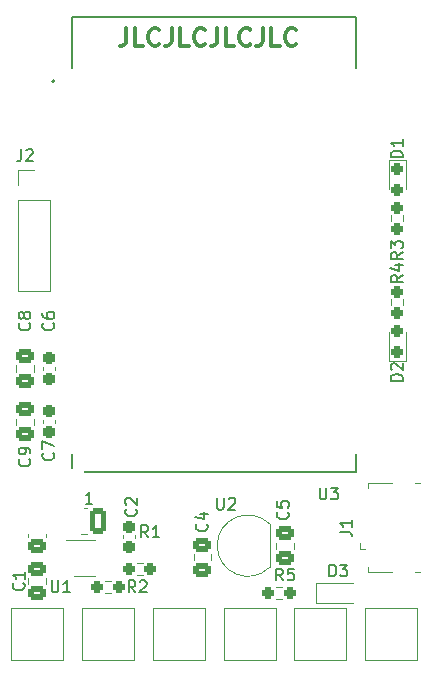
<source format=gto>
G04 #@! TF.GenerationSoftware,KiCad,Pcbnew,(6.0.9)*
G04 #@! TF.CreationDate,2023-02-13T11:25:36-05:00*
G04 #@! TF.ProjectId,1W Experiments,31572045-7870-4657-9269-6d656e74732e,rev?*
G04 #@! TF.SameCoordinates,Original*
G04 #@! TF.FileFunction,Legend,Top*
G04 #@! TF.FilePolarity,Positive*
%FSLAX46Y46*%
G04 Gerber Fmt 4.6, Leading zero omitted, Abs format (unit mm)*
G04 Created by KiCad (PCBNEW (6.0.9)) date 2023-02-13 11:25:36*
%MOMM*%
%LPD*%
G01*
G04 APERTURE LIST*
G04 Aperture macros list*
%AMRoundRect*
0 Rectangle with rounded corners*
0 $1 Rounding radius*
0 $2 $3 $4 $5 $6 $7 $8 $9 X,Y pos of 4 corners*
0 Add a 4 corners polygon primitive as box body*
4,1,4,$2,$3,$4,$5,$6,$7,$8,$9,$2,$3,0*
0 Add four circle primitives for the rounded corners*
1,1,$1+$1,$2,$3*
1,1,$1+$1,$4,$5*
1,1,$1+$1,$6,$7*
1,1,$1+$1,$8,$9*
0 Add four rect primitives between the rounded corners*
20,1,$1+$1,$2,$3,$4,$5,0*
20,1,$1+$1,$4,$5,$6,$7,0*
20,1,$1+$1,$6,$7,$8,$9,0*
20,1,$1+$1,$8,$9,$2,$3,0*%
G04 Aperture macros list end*
%ADD10C,0.300000*%
%ADD11C,0.150000*%
%ADD12C,0.120000*%
%ADD13C,0.127000*%
%ADD14C,0.200000*%
%ADD15RoundRect,0.250000X0.475000X-0.337500X0.475000X0.337500X-0.475000X0.337500X-0.475000X-0.337500X0*%
%ADD16RoundRect,0.250000X-0.475000X0.337500X-0.475000X-0.337500X0.475000X-0.337500X0.475000X0.337500X0*%
%ADD17R,1.350000X0.400000*%
%ADD18O,1.550000X0.890000*%
%ADD19R,1.550000X1.500000*%
%ADD20O,0.950000X1.250000*%
%ADD21R,1.550000X1.200000*%
%ADD22RoundRect,0.237500X-0.237500X0.300000X-0.237500X-0.300000X0.237500X-0.300000X0.237500X0.300000X0*%
%ADD23RoundRect,0.237500X-0.237500X0.250000X-0.237500X-0.250000X0.237500X-0.250000X0.237500X0.250000X0*%
%ADD24R,4.000000X4.000000*%
%ADD25RoundRect,0.237500X0.237500X-0.300000X0.237500X0.300000X-0.237500X0.300000X-0.237500X-0.300000X0*%
%ADD26R,1.500000X1.050000*%
%ADD27O,1.500000X1.050000*%
%ADD28RoundRect,0.237500X0.237500X-0.287500X0.237500X0.287500X-0.237500X0.287500X-0.237500X-0.287500X0*%
%ADD29RoundRect,0.237500X0.250000X0.237500X-0.250000X0.237500X-0.250000X-0.237500X0.250000X-0.237500X0*%
%ADD30RoundRect,0.237500X-0.237500X0.287500X-0.237500X-0.287500X0.237500X-0.287500X0.237500X0.287500X0*%
%ADD31R,1.000000X1.000000*%
%ADD32R,1.700000X1.700000*%
%ADD33O,1.700000X1.700000*%
%ADD34R,2.000000X0.650000*%
%ADD35RoundRect,0.250001X0.462499X0.849999X-0.462499X0.849999X-0.462499X-0.849999X0.462499X-0.849999X0*%
%ADD36R,2.080000X1.510000*%
%ADD37RoundRect,0.237500X0.237500X-0.250000X0.237500X0.250000X-0.237500X0.250000X-0.237500X-0.250000X0*%
G04 APERTURE END LIST*
D10*
X83071428Y-74178571D02*
X83071428Y-75250000D01*
X83000000Y-75464285D01*
X82857142Y-75607142D01*
X82642857Y-75678571D01*
X82500000Y-75678571D01*
X84500000Y-75678571D02*
X83785714Y-75678571D01*
X83785714Y-74178571D01*
X85857142Y-75535714D02*
X85785714Y-75607142D01*
X85571428Y-75678571D01*
X85428571Y-75678571D01*
X85214285Y-75607142D01*
X85071428Y-75464285D01*
X85000000Y-75321428D01*
X84928571Y-75035714D01*
X84928571Y-74821428D01*
X85000000Y-74535714D01*
X85071428Y-74392857D01*
X85214285Y-74250000D01*
X85428571Y-74178571D01*
X85571428Y-74178571D01*
X85785714Y-74250000D01*
X85857142Y-74321428D01*
X86928571Y-74178571D02*
X86928571Y-75250000D01*
X86857142Y-75464285D01*
X86714285Y-75607142D01*
X86500000Y-75678571D01*
X86357142Y-75678571D01*
X88357142Y-75678571D02*
X87642857Y-75678571D01*
X87642857Y-74178571D01*
X89714285Y-75535714D02*
X89642857Y-75607142D01*
X89428571Y-75678571D01*
X89285714Y-75678571D01*
X89071428Y-75607142D01*
X88928571Y-75464285D01*
X88857142Y-75321428D01*
X88785714Y-75035714D01*
X88785714Y-74821428D01*
X88857142Y-74535714D01*
X88928571Y-74392857D01*
X89071428Y-74250000D01*
X89285714Y-74178571D01*
X89428571Y-74178571D01*
X89642857Y-74250000D01*
X89714285Y-74321428D01*
X90785714Y-74178571D02*
X90785714Y-75250000D01*
X90714285Y-75464285D01*
X90571428Y-75607142D01*
X90357142Y-75678571D01*
X90214285Y-75678571D01*
X92214285Y-75678571D02*
X91500000Y-75678571D01*
X91500000Y-74178571D01*
X93571428Y-75535714D02*
X93500000Y-75607142D01*
X93285714Y-75678571D01*
X93142857Y-75678571D01*
X92928571Y-75607142D01*
X92785714Y-75464285D01*
X92714285Y-75321428D01*
X92642857Y-75035714D01*
X92642857Y-74821428D01*
X92714285Y-74535714D01*
X92785714Y-74392857D01*
X92928571Y-74250000D01*
X93142857Y-74178571D01*
X93285714Y-74178571D01*
X93500000Y-74250000D01*
X93571428Y-74321428D01*
X94642857Y-74178571D02*
X94642857Y-75250000D01*
X94571428Y-75464285D01*
X94428571Y-75607142D01*
X94214285Y-75678571D01*
X94071428Y-75678571D01*
X96071428Y-75678571D02*
X95357142Y-75678571D01*
X95357142Y-74178571D01*
X97428571Y-75535714D02*
X97357142Y-75607142D01*
X97142857Y-75678571D01*
X97000000Y-75678571D01*
X96785714Y-75607142D01*
X96642857Y-75464285D01*
X96571428Y-75321428D01*
X96500000Y-75035714D01*
X96500000Y-74821428D01*
X96571428Y-74535714D01*
X96642857Y-74392857D01*
X96785714Y-74250000D01*
X97000000Y-74178571D01*
X97142857Y-74178571D01*
X97357142Y-74250000D01*
X97428571Y-74321428D01*
D11*
X74857142Y-99166666D02*
X74904761Y-99214285D01*
X74952380Y-99357142D01*
X74952380Y-99452380D01*
X74904761Y-99595238D01*
X74809523Y-99690476D01*
X74714285Y-99738095D01*
X74523809Y-99785714D01*
X74380952Y-99785714D01*
X74190476Y-99738095D01*
X74095238Y-99690476D01*
X74000000Y-99595238D01*
X73952380Y-99452380D01*
X73952380Y-99357142D01*
X74000000Y-99214285D01*
X74047619Y-99166666D01*
X74380952Y-98595238D02*
X74333333Y-98690476D01*
X74285714Y-98738095D01*
X74190476Y-98785714D01*
X74142857Y-98785714D01*
X74047619Y-98738095D01*
X74000000Y-98690476D01*
X73952380Y-98595238D01*
X73952380Y-98404761D01*
X74000000Y-98309523D01*
X74047619Y-98261904D01*
X74142857Y-98214285D01*
X74190476Y-98214285D01*
X74285714Y-98261904D01*
X74333333Y-98309523D01*
X74380952Y-98404761D01*
X74380952Y-98595238D01*
X74428571Y-98690476D01*
X74476190Y-98738095D01*
X74571428Y-98785714D01*
X74761904Y-98785714D01*
X74857142Y-98738095D01*
X74904761Y-98690476D01*
X74952380Y-98595238D01*
X74952380Y-98404761D01*
X74904761Y-98309523D01*
X74857142Y-98261904D01*
X74761904Y-98214285D01*
X74571428Y-98214285D01*
X74476190Y-98261904D01*
X74428571Y-98309523D01*
X74380952Y-98404761D01*
X74857142Y-110666666D02*
X74904761Y-110714285D01*
X74952380Y-110857142D01*
X74952380Y-110952380D01*
X74904761Y-111095238D01*
X74809523Y-111190476D01*
X74714285Y-111238095D01*
X74523809Y-111285714D01*
X74380952Y-111285714D01*
X74190476Y-111238095D01*
X74095238Y-111190476D01*
X74000000Y-111095238D01*
X73952380Y-110952380D01*
X73952380Y-110857142D01*
X74000000Y-110714285D01*
X74047619Y-110666666D01*
X74952380Y-110190476D02*
X74952380Y-110000000D01*
X74904761Y-109904761D01*
X74857142Y-109857142D01*
X74714285Y-109761904D01*
X74523809Y-109714285D01*
X74142857Y-109714285D01*
X74047619Y-109761904D01*
X74000000Y-109809523D01*
X73952380Y-109904761D01*
X73952380Y-110095238D01*
X74000000Y-110190476D01*
X74047619Y-110238095D01*
X74142857Y-110285714D01*
X74380952Y-110285714D01*
X74476190Y-110238095D01*
X74523809Y-110190476D01*
X74571428Y-110095238D01*
X74571428Y-109904761D01*
X74523809Y-109809523D01*
X74476190Y-109761904D01*
X74380952Y-109714285D01*
X101152380Y-116833333D02*
X101866666Y-116833333D01*
X102009523Y-116880952D01*
X102104761Y-116976190D01*
X102152380Y-117119047D01*
X102152380Y-117214285D01*
X102152380Y-115833333D02*
X102152380Y-116404761D01*
X102152380Y-116119047D02*
X101152380Y-116119047D01*
X101295238Y-116214285D01*
X101390476Y-116309523D01*
X101438095Y-116404761D01*
X76857142Y-110166666D02*
X76904761Y-110214285D01*
X76952380Y-110357142D01*
X76952380Y-110452380D01*
X76904761Y-110595238D01*
X76809523Y-110690476D01*
X76714285Y-110738095D01*
X76523809Y-110785714D01*
X76380952Y-110785714D01*
X76190476Y-110738095D01*
X76095238Y-110690476D01*
X76000000Y-110595238D01*
X75952380Y-110452380D01*
X75952380Y-110357142D01*
X76000000Y-110214285D01*
X76047619Y-110166666D01*
X75952380Y-109833333D02*
X75952380Y-109166666D01*
X76952380Y-109595238D01*
X106452380Y-95091666D02*
X105976190Y-95425000D01*
X106452380Y-95663095D02*
X105452380Y-95663095D01*
X105452380Y-95282142D01*
X105500000Y-95186904D01*
X105547619Y-95139285D01*
X105642857Y-95091666D01*
X105785714Y-95091666D01*
X105880952Y-95139285D01*
X105928571Y-95186904D01*
X105976190Y-95282142D01*
X105976190Y-95663095D01*
X105785714Y-94234523D02*
X106452380Y-94234523D01*
X105404761Y-94472619D02*
X106119047Y-94710714D01*
X106119047Y-94091666D01*
X76857142Y-99166666D02*
X76904761Y-99214285D01*
X76952380Y-99357142D01*
X76952380Y-99452380D01*
X76904761Y-99595238D01*
X76809523Y-99690476D01*
X76714285Y-99738095D01*
X76523809Y-99785714D01*
X76380952Y-99785714D01*
X76190476Y-99738095D01*
X76095238Y-99690476D01*
X76000000Y-99595238D01*
X75952380Y-99452380D01*
X75952380Y-99357142D01*
X76000000Y-99214285D01*
X76047619Y-99166666D01*
X75952380Y-98309523D02*
X75952380Y-98500000D01*
X76000000Y-98595238D01*
X76047619Y-98642857D01*
X76190476Y-98738095D01*
X76380952Y-98785714D01*
X76761904Y-98785714D01*
X76857142Y-98738095D01*
X76904761Y-98690476D01*
X76952380Y-98595238D01*
X76952380Y-98404761D01*
X76904761Y-98309523D01*
X76857142Y-98261904D01*
X76761904Y-98214285D01*
X76523809Y-98214285D01*
X76428571Y-98261904D01*
X76380952Y-98309523D01*
X76333333Y-98404761D01*
X76333333Y-98595238D01*
X76380952Y-98690476D01*
X76428571Y-98738095D01*
X76523809Y-98785714D01*
X90738095Y-113952380D02*
X90738095Y-114761904D01*
X90785714Y-114857142D01*
X90833333Y-114904761D01*
X90928571Y-114952380D01*
X91119047Y-114952380D01*
X91214285Y-114904761D01*
X91261904Y-114857142D01*
X91309523Y-114761904D01*
X91309523Y-113952380D01*
X91738095Y-114047619D02*
X91785714Y-114000000D01*
X91880952Y-113952380D01*
X92119047Y-113952380D01*
X92214285Y-114000000D01*
X92261904Y-114047619D01*
X92309523Y-114142857D01*
X92309523Y-114238095D01*
X92261904Y-114380952D01*
X91690476Y-114952380D01*
X92309523Y-114952380D01*
X106452380Y-104063095D02*
X105452380Y-104063095D01*
X105452380Y-103825000D01*
X105500000Y-103682142D01*
X105595238Y-103586904D01*
X105690476Y-103539285D01*
X105880952Y-103491666D01*
X106023809Y-103491666D01*
X106214285Y-103539285D01*
X106309523Y-103586904D01*
X106404761Y-103682142D01*
X106452380Y-103825000D01*
X106452380Y-104063095D01*
X105547619Y-103110714D02*
X105500000Y-103063095D01*
X105452380Y-102967857D01*
X105452380Y-102729761D01*
X105500000Y-102634523D01*
X105547619Y-102586904D01*
X105642857Y-102539285D01*
X105738095Y-102539285D01*
X105880952Y-102586904D01*
X106452380Y-103158333D01*
X106452380Y-102539285D01*
X83857142Y-114916666D02*
X83904761Y-114964285D01*
X83952380Y-115107142D01*
X83952380Y-115202380D01*
X83904761Y-115345238D01*
X83809523Y-115440476D01*
X83714285Y-115488095D01*
X83523809Y-115535714D01*
X83380952Y-115535714D01*
X83190476Y-115488095D01*
X83095238Y-115440476D01*
X83000000Y-115345238D01*
X82952380Y-115202380D01*
X82952380Y-115107142D01*
X83000000Y-114964285D01*
X83047619Y-114916666D01*
X83047619Y-114535714D02*
X83000000Y-114488095D01*
X82952380Y-114392857D01*
X82952380Y-114154761D01*
X83000000Y-114059523D01*
X83047619Y-114011904D01*
X83142857Y-113964285D01*
X83238095Y-113964285D01*
X83380952Y-114011904D01*
X83952380Y-114583333D01*
X83952380Y-113964285D01*
X96333333Y-120952380D02*
X96000000Y-120476190D01*
X95761904Y-120952380D02*
X95761904Y-119952380D01*
X96142857Y-119952380D01*
X96238095Y-120000000D01*
X96285714Y-120047619D01*
X96333333Y-120142857D01*
X96333333Y-120285714D01*
X96285714Y-120380952D01*
X96238095Y-120428571D01*
X96142857Y-120476190D01*
X95761904Y-120476190D01*
X97238095Y-119952380D02*
X96761904Y-119952380D01*
X96714285Y-120428571D01*
X96761904Y-120380952D01*
X96857142Y-120333333D01*
X97095238Y-120333333D01*
X97190476Y-120380952D01*
X97238095Y-120428571D01*
X97285714Y-120523809D01*
X97285714Y-120761904D01*
X97238095Y-120857142D01*
X97190476Y-120904761D01*
X97095238Y-120952380D01*
X96857142Y-120952380D01*
X96761904Y-120904761D01*
X96714285Y-120857142D01*
X106452380Y-85138095D02*
X105452380Y-85138095D01*
X105452380Y-84900000D01*
X105500000Y-84757142D01*
X105595238Y-84661904D01*
X105690476Y-84614285D01*
X105880952Y-84566666D01*
X106023809Y-84566666D01*
X106214285Y-84614285D01*
X106309523Y-84661904D01*
X106404761Y-84757142D01*
X106452380Y-84900000D01*
X106452380Y-85138095D01*
X106452380Y-83614285D02*
X106452380Y-84185714D01*
X106452380Y-83900000D02*
X105452380Y-83900000D01*
X105595238Y-83995238D01*
X105690476Y-84090476D01*
X105738095Y-84185714D01*
X100261904Y-120602380D02*
X100261904Y-119602380D01*
X100500000Y-119602380D01*
X100642857Y-119650000D01*
X100738095Y-119745238D01*
X100785714Y-119840476D01*
X100833333Y-120030952D01*
X100833333Y-120173809D01*
X100785714Y-120364285D01*
X100738095Y-120459523D01*
X100642857Y-120554761D01*
X100500000Y-120602380D01*
X100261904Y-120602380D01*
X101166666Y-119602380D02*
X101785714Y-119602380D01*
X101452380Y-119983333D01*
X101595238Y-119983333D01*
X101690476Y-120030952D01*
X101738095Y-120078571D01*
X101785714Y-120173809D01*
X101785714Y-120411904D01*
X101738095Y-120507142D01*
X101690476Y-120554761D01*
X101595238Y-120602380D01*
X101309523Y-120602380D01*
X101214285Y-120554761D01*
X101166666Y-120507142D01*
X74166666Y-84452380D02*
X74166666Y-85166666D01*
X74119047Y-85309523D01*
X74023809Y-85404761D01*
X73880952Y-85452380D01*
X73785714Y-85452380D01*
X74595238Y-84547619D02*
X74642857Y-84500000D01*
X74738095Y-84452380D01*
X74976190Y-84452380D01*
X75071428Y-84500000D01*
X75119047Y-84547619D01*
X75166666Y-84642857D01*
X75166666Y-84738095D01*
X75119047Y-84880952D01*
X74547619Y-85452380D01*
X75166666Y-85452380D01*
X75857142Y-114166666D02*
X75904761Y-114214285D01*
X75952380Y-114357142D01*
X75952380Y-114452380D01*
X75904761Y-114595238D01*
X75809523Y-114690476D01*
X75714285Y-114738095D01*
X75523809Y-114785714D01*
X75380952Y-114785714D01*
X75190476Y-114738095D01*
X75095238Y-114690476D01*
X75000000Y-114595238D01*
X74952380Y-114452380D01*
X74952380Y-114357142D01*
X75000000Y-114214285D01*
X75047619Y-114166666D01*
X74952380Y-113833333D02*
X74952380Y-113214285D01*
X75333333Y-113547619D01*
X75333333Y-113404761D01*
X75380952Y-113309523D01*
X75428571Y-113261904D01*
X75523809Y-113214285D01*
X75761904Y-113214285D01*
X75857142Y-113261904D01*
X75904761Y-113309523D01*
X75952380Y-113404761D01*
X75952380Y-113690476D01*
X75904761Y-113785714D01*
X75857142Y-113833333D01*
X83833333Y-121952380D02*
X83500000Y-121476190D01*
X83261904Y-121952380D02*
X83261904Y-120952380D01*
X83642857Y-120952380D01*
X83738095Y-121000000D01*
X83785714Y-121047619D01*
X83833333Y-121142857D01*
X83833333Y-121285714D01*
X83785714Y-121380952D01*
X83738095Y-121428571D01*
X83642857Y-121476190D01*
X83261904Y-121476190D01*
X84214285Y-121047619D02*
X84261904Y-121000000D01*
X84357142Y-120952380D01*
X84595238Y-120952380D01*
X84690476Y-121000000D01*
X84738095Y-121047619D01*
X84785714Y-121142857D01*
X84785714Y-121238095D01*
X84738095Y-121380952D01*
X84166666Y-121952380D01*
X84785714Y-121952380D01*
X76738095Y-120952380D02*
X76738095Y-121761904D01*
X76785714Y-121857142D01*
X76833333Y-121904761D01*
X76928571Y-121952380D01*
X77119047Y-121952380D01*
X77214285Y-121904761D01*
X77261904Y-121857142D01*
X77309523Y-121761904D01*
X77309523Y-120952380D01*
X78309523Y-121952380D02*
X77738095Y-121952380D01*
X78023809Y-121952380D02*
X78023809Y-120952380D01*
X77928571Y-121095238D01*
X77833333Y-121190476D01*
X77738095Y-121238095D01*
X79333333Y-114452380D02*
X78857142Y-114452380D01*
X78857142Y-113452380D01*
X80190476Y-114452380D02*
X79619047Y-114452380D01*
X79904761Y-114452380D02*
X79904761Y-113452380D01*
X79809523Y-113595238D01*
X79714285Y-113690476D01*
X79619047Y-113738095D01*
X96717142Y-115166666D02*
X96764761Y-115214285D01*
X96812380Y-115357142D01*
X96812380Y-115452380D01*
X96764761Y-115595238D01*
X96669523Y-115690476D01*
X96574285Y-115738095D01*
X96383809Y-115785714D01*
X96240952Y-115785714D01*
X96050476Y-115738095D01*
X95955238Y-115690476D01*
X95860000Y-115595238D01*
X95812380Y-115452380D01*
X95812380Y-115357142D01*
X95860000Y-115214285D01*
X95907619Y-115166666D01*
X95812380Y-114261904D02*
X95812380Y-114738095D01*
X96288571Y-114785714D01*
X96240952Y-114738095D01*
X96193333Y-114642857D01*
X96193333Y-114404761D01*
X96240952Y-114309523D01*
X96288571Y-114261904D01*
X96383809Y-114214285D01*
X96621904Y-114214285D01*
X96717142Y-114261904D01*
X96764761Y-114309523D01*
X96812380Y-114404761D01*
X96812380Y-114642857D01*
X96764761Y-114738095D01*
X96717142Y-114785714D01*
X89857142Y-116166666D02*
X89904761Y-116214285D01*
X89952380Y-116357142D01*
X89952380Y-116452380D01*
X89904761Y-116595238D01*
X89809523Y-116690476D01*
X89714285Y-116738095D01*
X89523809Y-116785714D01*
X89380952Y-116785714D01*
X89190476Y-116738095D01*
X89095238Y-116690476D01*
X89000000Y-116595238D01*
X88952380Y-116452380D01*
X88952380Y-116357142D01*
X89000000Y-116214285D01*
X89047619Y-116166666D01*
X89285714Y-115309523D02*
X89952380Y-115309523D01*
X88904761Y-115547619D02*
X89619047Y-115785714D01*
X89619047Y-115166666D01*
X84923333Y-117292380D02*
X84590000Y-116816190D01*
X84351904Y-117292380D02*
X84351904Y-116292380D01*
X84732857Y-116292380D01*
X84828095Y-116340000D01*
X84875714Y-116387619D01*
X84923333Y-116482857D01*
X84923333Y-116625714D01*
X84875714Y-116720952D01*
X84828095Y-116768571D01*
X84732857Y-116816190D01*
X84351904Y-116816190D01*
X85875714Y-117292380D02*
X85304285Y-117292380D01*
X85590000Y-117292380D02*
X85590000Y-116292380D01*
X85494761Y-116435238D01*
X85399523Y-116530476D01*
X85304285Y-116578095D01*
X99428095Y-113087380D02*
X99428095Y-113896904D01*
X99475714Y-113992142D01*
X99523333Y-114039761D01*
X99618571Y-114087380D01*
X99809047Y-114087380D01*
X99904285Y-114039761D01*
X99951904Y-113992142D01*
X99999523Y-113896904D01*
X99999523Y-113087380D01*
X100380476Y-113087380D02*
X100999523Y-113087380D01*
X100666190Y-113468333D01*
X100809047Y-113468333D01*
X100904285Y-113515952D01*
X100951904Y-113563571D01*
X100999523Y-113658809D01*
X100999523Y-113896904D01*
X100951904Y-113992142D01*
X100904285Y-114039761D01*
X100809047Y-114087380D01*
X100523333Y-114087380D01*
X100428095Y-114039761D01*
X100380476Y-113992142D01*
X106452380Y-93166666D02*
X105976190Y-93500000D01*
X106452380Y-93738095D02*
X105452380Y-93738095D01*
X105452380Y-93357142D01*
X105500000Y-93261904D01*
X105547619Y-93214285D01*
X105642857Y-93166666D01*
X105785714Y-93166666D01*
X105880952Y-93214285D01*
X105928571Y-93261904D01*
X105976190Y-93357142D01*
X105976190Y-93738095D01*
X105452380Y-92833333D02*
X105452380Y-92214285D01*
X105833333Y-92547619D01*
X105833333Y-92404761D01*
X105880952Y-92309523D01*
X105928571Y-92261904D01*
X106023809Y-92214285D01*
X106261904Y-92214285D01*
X106357142Y-92261904D01*
X106404761Y-92309523D01*
X106452380Y-92404761D01*
X106452380Y-92690476D01*
X106404761Y-92785714D01*
X106357142Y-92833333D01*
X74357142Y-121166666D02*
X74404761Y-121214285D01*
X74452380Y-121357142D01*
X74452380Y-121452380D01*
X74404761Y-121595238D01*
X74309523Y-121690476D01*
X74214285Y-121738095D01*
X74023809Y-121785714D01*
X73880952Y-121785714D01*
X73690476Y-121738095D01*
X73595238Y-121690476D01*
X73500000Y-121595238D01*
X73452380Y-121452380D01*
X73452380Y-121357142D01*
X73500000Y-121214285D01*
X73547619Y-121166666D01*
X74452380Y-120214285D02*
X74452380Y-120785714D01*
X74452380Y-120500000D02*
X73452380Y-120500000D01*
X73595238Y-120595238D01*
X73690476Y-120690476D01*
X73738095Y-120785714D01*
D12*
X73765000Y-103261252D02*
X73765000Y-102738748D01*
X75235000Y-103261252D02*
X75235000Y-102738748D01*
X75235000Y-107238748D02*
X75235000Y-107761252D01*
X73765000Y-107238748D02*
X73765000Y-107761252D01*
X105520000Y-120260000D02*
X103540000Y-120260000D01*
X103540000Y-112740000D02*
X103540000Y-113160000D01*
X107890000Y-120260000D02*
X107490000Y-120260000D01*
X103540000Y-120260000D02*
X103540000Y-119840000D01*
X107490000Y-112740000D02*
X107890000Y-112740000D01*
X102860000Y-117810000D02*
X102860000Y-118260000D01*
X103310000Y-118260000D02*
X102860000Y-118260000D01*
X105520000Y-112740000D02*
X103540000Y-112740000D01*
X75990000Y-107353733D02*
X75990000Y-107646267D01*
X77010000Y-107353733D02*
X77010000Y-107646267D01*
X106522500Y-97145276D02*
X106522500Y-97654724D01*
X105477500Y-97145276D02*
X105477500Y-97654724D01*
X91300000Y-127700000D02*
X91300000Y-123300000D01*
X91300000Y-123300000D02*
X95700000Y-123300000D01*
X95700000Y-127700000D02*
X91300000Y-127700000D01*
X95700000Y-123300000D02*
X95700000Y-127700000D01*
X77010000Y-103146267D02*
X77010000Y-102853733D01*
X75990000Y-103146267D02*
X75990000Y-102853733D01*
X95210000Y-119800000D02*
X95210000Y-116200000D01*
X90759999Y-118000000D02*
G75*
G03*
X95198478Y-119838478I2600001J0D01*
G01*
X95198478Y-116161522D02*
G75*
G03*
X90760000Y-118000000I-1838478J-1838478D01*
G01*
X97300000Y-123300000D02*
X101700000Y-123300000D01*
X97300000Y-127700000D02*
X97300000Y-123300000D01*
X101700000Y-127700000D02*
X97300000Y-127700000D01*
X101700000Y-123300000D02*
X101700000Y-127700000D01*
X105265000Y-102360000D02*
X106735000Y-102360000D01*
X105265000Y-99900000D02*
X105265000Y-102360000D01*
X106735000Y-102360000D02*
X106735000Y-99900000D01*
X83810000Y-117103733D02*
X83810000Y-117396267D01*
X82790000Y-117103733D02*
X82790000Y-117396267D01*
X96254724Y-122522500D02*
X95745276Y-122522500D01*
X96254724Y-121477500D02*
X95745276Y-121477500D01*
X105265000Y-85340000D02*
X105265000Y-87800000D01*
X106735000Y-85340000D02*
X105265000Y-85340000D01*
X106735000Y-87800000D02*
X106735000Y-85340000D01*
X107700000Y-123300000D02*
X107700000Y-127700000D01*
X103300000Y-123300000D02*
X107700000Y-123300000D01*
X107700000Y-127700000D02*
X103300000Y-127700000D01*
X103300000Y-127700000D02*
X103300000Y-123300000D01*
X99100000Y-121150000D02*
X102250000Y-121150000D01*
X99100000Y-121150000D02*
X99100000Y-122850000D01*
X99100000Y-122850000D02*
X102250000Y-122850000D01*
X73920000Y-88770000D02*
X73920000Y-96450000D01*
X73920000Y-96450000D02*
X76580000Y-96450000D01*
X73920000Y-87500000D02*
X73920000Y-86170000D01*
X73920000Y-86170000D02*
X75250000Y-86170000D01*
X73920000Y-88770000D02*
X76580000Y-88770000D01*
X76580000Y-88770000D02*
X76580000Y-96450000D01*
X79300000Y-127700000D02*
X79300000Y-123300000D01*
X83700000Y-127700000D02*
X79300000Y-127700000D01*
X83700000Y-123300000D02*
X83700000Y-127700000D01*
X79300000Y-123300000D02*
X83700000Y-123300000D01*
X74765000Y-116738748D02*
X74765000Y-117261252D01*
X76235000Y-116738748D02*
X76235000Y-117261252D01*
X81754724Y-122022500D02*
X81245276Y-122022500D01*
X81754724Y-120977500D02*
X81245276Y-120977500D01*
X80380000Y-117490000D02*
X77950000Y-117490000D01*
X78620000Y-120560000D02*
X80380000Y-120560000D01*
X79761252Y-117010000D02*
X79238748Y-117010000D01*
X79761252Y-114790000D02*
X79238748Y-114790000D01*
X95765000Y-117738748D02*
X95765000Y-118261252D01*
X97235000Y-117738748D02*
X97235000Y-118261252D01*
X90235000Y-118738748D02*
X90235000Y-119261252D01*
X88765000Y-118738748D02*
X88765000Y-119261252D01*
X73300000Y-123300000D02*
X77700000Y-123300000D01*
X73300000Y-127700000D02*
X73300000Y-123300000D01*
X77700000Y-127700000D02*
X73300000Y-127700000D01*
X77700000Y-123300000D02*
X77700000Y-127700000D01*
X84454724Y-120522500D02*
X83945276Y-120522500D01*
X84454724Y-119477500D02*
X83945276Y-119477500D01*
D13*
X78500000Y-111750000D02*
X78500000Y-110215000D01*
X78500000Y-73250000D02*
X78500000Y-77605000D01*
X102500000Y-73250000D02*
X102500000Y-77605000D01*
X102500000Y-111750000D02*
X78500000Y-111750000D01*
X102500000Y-110215000D02*
X102500000Y-111750000D01*
X78500000Y-73250000D02*
X102500000Y-73250000D01*
D14*
X76985000Y-78680000D02*
G75*
G03*
X76985000Y-78680000I-100000J0D01*
G01*
D12*
X85300000Y-127700000D02*
X85300000Y-123300000D01*
X89700000Y-123300000D02*
X89700000Y-127700000D01*
X89700000Y-127700000D02*
X85300000Y-127700000D01*
X85300000Y-123300000D02*
X89700000Y-123300000D01*
X105477500Y-90554724D02*
X105477500Y-90045276D01*
X106522500Y-90554724D02*
X106522500Y-90045276D01*
X74765000Y-121261252D02*
X74765000Y-120738748D01*
X76235000Y-121261252D02*
X76235000Y-120738748D01*
%LPC*%
D15*
X74500000Y-104037500D03*
X74500000Y-101962500D03*
D16*
X74500000Y-106462500D03*
X74500000Y-108537500D03*
D17*
X103800000Y-117800000D03*
X103800000Y-117150000D03*
X103800000Y-116500000D03*
X103800000Y-115850000D03*
X103800000Y-115200000D03*
D18*
X106500000Y-120000000D03*
D19*
X106500000Y-117500000D03*
X106500000Y-115500000D03*
D20*
X103800000Y-114000000D03*
D18*
X106500000Y-113000000D03*
D20*
X103800000Y-119000000D03*
D21*
X106500000Y-119400000D03*
X106500000Y-113600000D03*
D22*
X76500000Y-106637500D03*
X76500000Y-108362500D03*
D23*
X106000000Y-96487500D03*
X106000000Y-98312500D03*
D24*
X93500000Y-125500000D03*
D25*
X76500000Y-103862500D03*
X76500000Y-102137500D03*
D26*
X93360000Y-119270000D03*
D27*
X93360000Y-118000000D03*
X93360000Y-116730000D03*
D24*
X99500000Y-125500000D03*
D28*
X106000000Y-101575000D03*
X106000000Y-99825000D03*
D22*
X83300000Y-116387500D03*
X83300000Y-118112500D03*
D29*
X96912500Y-122000000D03*
X95087500Y-122000000D03*
D30*
X106000000Y-86125000D03*
X106000000Y-87875000D03*
D24*
X105500000Y-125500000D03*
D31*
X99750000Y-122000000D03*
X102250000Y-122000000D03*
D32*
X75250000Y-87500000D03*
D33*
X75250000Y-90040000D03*
X75250000Y-92580000D03*
X75250000Y-95120000D03*
D24*
X81500000Y-125500000D03*
D16*
X75500000Y-115962500D03*
X75500000Y-118037500D03*
D29*
X82412500Y-121500000D03*
X80587500Y-121500000D03*
D34*
X77790000Y-118050000D03*
X77790000Y-119000000D03*
X77790000Y-119950000D03*
X81210000Y-119950000D03*
X81210000Y-119000000D03*
X81210000Y-118050000D03*
D35*
X80662500Y-115900000D03*
X78337500Y-115900000D03*
D16*
X96500000Y-116962500D03*
X96500000Y-119037500D03*
X89500000Y-117962500D03*
X89500000Y-120037500D03*
D24*
X75500000Y-125500000D03*
D29*
X85112500Y-120000000D03*
X83287500Y-120000000D03*
D36*
X78925000Y-78680000D03*
X78925000Y-81220000D03*
X78925000Y-83760000D03*
X78925000Y-91360000D03*
X78925000Y-93900000D03*
X78925000Y-96440000D03*
X78925000Y-98980000D03*
X78925000Y-101520000D03*
X78925000Y-104060000D03*
X78925000Y-106600000D03*
X78925000Y-109140000D03*
X102075000Y-109140000D03*
X102075000Y-106600000D03*
X102075000Y-104060000D03*
X102075000Y-101520000D03*
X102075000Y-98980000D03*
X102075000Y-96440000D03*
X102075000Y-93900000D03*
X102075000Y-91360000D03*
X102075000Y-83760000D03*
X102075000Y-81220000D03*
X102075000Y-78680000D03*
D24*
X87500000Y-125500000D03*
D37*
X106000000Y-91212500D03*
X106000000Y-89387500D03*
D15*
X75500000Y-122037500D03*
X75500000Y-119962500D03*
G36*
X79442121Y-111520002D02*
G01*
X79488614Y-111573658D01*
X79500000Y-111626000D01*
X79500000Y-116874000D01*
X79479998Y-116942121D01*
X79426342Y-116988614D01*
X79374000Y-117000000D01*
X74626000Y-117000000D01*
X74557879Y-116979998D01*
X74511386Y-116926342D01*
X74500000Y-116874000D01*
X74500000Y-111626000D01*
X74520002Y-111557879D01*
X74573658Y-111511386D01*
X74626000Y-111500000D01*
X79374000Y-111500000D01*
X79442121Y-111520002D01*
G37*
M02*

</source>
